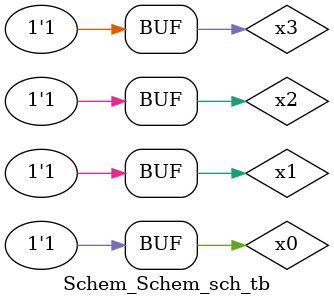
<source format=v>

`timescale 1ns / 1ps

module Schem_Schem_sch_tb();

// Inputs
   reg x3;
   reg x0;
   reg x2;
   reg x1;

// Output
   wire y0;
   wire y1;
   wire y2;
   wire y3;

// Bidirs

// Instantiate the UUT
   Schem UUT (
		.x3(x3), 
		.x0(x0), 
		.x2(x2), 
		.y0(y0), 
		.y1(y1), 
		.y2(y2), 
		.x1(x1), 
		.y3(y3)
   );
	
   initial begin
		x3 = 0;
		x2 = 0;
		x1 = 0;
		x0 = 0;
		#10;
					
		x3 = 0;
		x2 = 0;
		x1 = 0;
		x0 = 1;
		#10;
		
		x3 = 0;
		x2 = 0;
		x1 = 1;
		x0 = 0;
		#10;
		
		x3 = 0;
		x2 = 0;
		x1 = 1;
		x0 = 1;
		#10;
		
		x3 = 0;
		x2 = 1;
		x1 = 0;
		x0 = 0;
		#10;
		
		x3 = 0;
		x2 = 1;
		x1 = 0;
		x0 = 1;
		#10;
		
		x3 = 0;
		x2 = 1;
		x1 = 1;
		x0 = 0;
		#10;
		
		x3 = 0;
		x2 = 1;
		x1 = 1;
		x0 = 1;
		#10;

		x3 = 1;
		x2 = 0;
		x1 = 0;
		x0 = 0;
		#10;
		
		x3 = 1;
		x2 = 0;
		x1 = 0;
		x0 = 1;
		#10;
		
		x3 = 1;
		x2 = 0;
		x1 = 1;
		x0 = 0;
		#10;
		
		x3 = 1;
		x2 = 0;
		x1 = 1;
		x0 = 1;
		#10;
		
		x3 = 1;
		x2 = 1;
		x1 = 0;
		x0 = 0;
		#10;
		
		x3 = 1;
		x2 = 1;
		x1 = 0;
		x0 = 1;
		#10;
		
		x3 = 1;
		x2 = 1;
		x1 = 1;
		x0 = 0;
		#10;
		
		x3 = 1;
		x2 = 1;
		x1 = 1;
		x0 = 1;
		#10;
	end
endmodule

</source>
